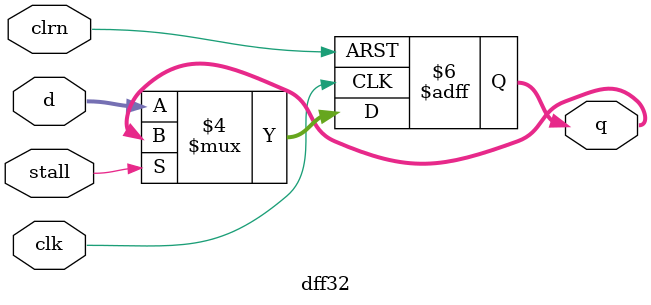
<source format=v>
`timescale 1ns / 1ps
module dff32 (
    d,
    stall,
    clk,
    clrn,
    q
);
  input [31:0] d;
  input stall;  //exp3
  input clk, clrn;
  output [31:0] q;
  reg [31:0] q;
  always @(negedge clrn or posedge clk)  //add stall
    if (clrn == 0) begin
      q <= 0;
    end else if (stall == 0) begin
      q <= d;
    end
endmodule

</source>
